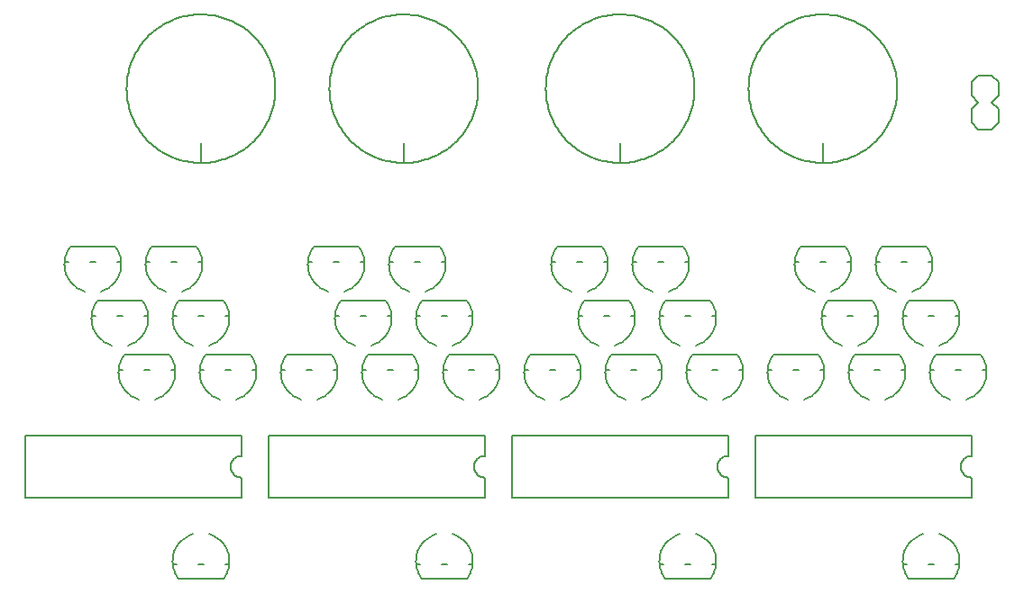
<source format=gto>
G75*
%MOIN*%
%OFA0B0*%
%FSLAX24Y24*%
%IPPOS*%
%LPD*%
%AMOC8*
5,1,8,0,0,1.08239X$1,22.5*
%
%ADD10C,0.0060*%
%ADD11C,0.0050*%
%ADD12C,0.0080*%
D10*
X001680Y010530D02*
X001680Y012830D01*
X009680Y012830D01*
X009680Y012080D01*
X009641Y012078D01*
X009602Y012072D01*
X009564Y012063D01*
X009527Y012050D01*
X009491Y012033D01*
X009458Y012013D01*
X009426Y011989D01*
X009397Y011963D01*
X009371Y011934D01*
X009347Y011902D01*
X009327Y011869D01*
X009310Y011833D01*
X009297Y011796D01*
X009288Y011758D01*
X009282Y011719D01*
X009280Y011680D01*
X009282Y011641D01*
X009288Y011602D01*
X009297Y011564D01*
X009310Y011527D01*
X009327Y011491D01*
X009347Y011458D01*
X009371Y011426D01*
X009397Y011397D01*
X009426Y011371D01*
X009458Y011347D01*
X009491Y011327D01*
X009527Y011310D01*
X009564Y011297D01*
X009602Y011288D01*
X009641Y011282D01*
X009680Y011280D01*
X009680Y010530D01*
X001680Y010530D01*
X010680Y010530D02*
X010680Y012830D01*
X018680Y012830D01*
X018680Y012080D01*
X018641Y012078D01*
X018602Y012072D01*
X018564Y012063D01*
X018527Y012050D01*
X018491Y012033D01*
X018458Y012013D01*
X018426Y011989D01*
X018397Y011963D01*
X018371Y011934D01*
X018347Y011902D01*
X018327Y011869D01*
X018310Y011833D01*
X018297Y011796D01*
X018288Y011758D01*
X018282Y011719D01*
X018280Y011680D01*
X018282Y011641D01*
X018288Y011602D01*
X018297Y011564D01*
X018310Y011527D01*
X018327Y011491D01*
X018347Y011458D01*
X018371Y011426D01*
X018397Y011397D01*
X018426Y011371D01*
X018458Y011347D01*
X018491Y011327D01*
X018527Y011310D01*
X018564Y011297D01*
X018602Y011288D01*
X018641Y011282D01*
X018680Y011280D01*
X018680Y010530D01*
X010680Y010530D01*
X019680Y010530D02*
X019680Y012830D01*
X027680Y012830D01*
X027680Y012080D01*
X027641Y012078D01*
X027602Y012072D01*
X027564Y012063D01*
X027527Y012050D01*
X027491Y012033D01*
X027458Y012013D01*
X027426Y011989D01*
X027397Y011963D01*
X027371Y011934D01*
X027347Y011902D01*
X027327Y011869D01*
X027310Y011833D01*
X027297Y011796D01*
X027288Y011758D01*
X027282Y011719D01*
X027280Y011680D01*
X027282Y011641D01*
X027288Y011602D01*
X027297Y011564D01*
X027310Y011527D01*
X027327Y011491D01*
X027347Y011458D01*
X027371Y011426D01*
X027397Y011397D01*
X027426Y011371D01*
X027458Y011347D01*
X027491Y011327D01*
X027527Y011310D01*
X027564Y011297D01*
X027602Y011288D01*
X027641Y011282D01*
X027680Y011280D01*
X027680Y010530D01*
X019680Y010530D01*
X028680Y010530D02*
X028680Y012830D01*
X036680Y012830D01*
X036680Y012080D01*
X036641Y012078D01*
X036602Y012072D01*
X036564Y012063D01*
X036527Y012050D01*
X036491Y012033D01*
X036458Y012013D01*
X036426Y011989D01*
X036397Y011963D01*
X036371Y011934D01*
X036347Y011902D01*
X036327Y011869D01*
X036310Y011833D01*
X036297Y011796D01*
X036288Y011758D01*
X036282Y011719D01*
X036280Y011680D01*
X036282Y011641D01*
X036288Y011602D01*
X036297Y011564D01*
X036310Y011527D01*
X036327Y011491D01*
X036347Y011458D01*
X036371Y011426D01*
X036397Y011397D01*
X036426Y011371D01*
X036458Y011347D01*
X036491Y011327D01*
X036527Y011310D01*
X036564Y011297D01*
X036602Y011288D01*
X036641Y011282D01*
X036680Y011280D01*
X036680Y010530D01*
X028680Y010530D01*
D11*
X031180Y022930D02*
X031180Y023680D01*
X028430Y025680D02*
X028432Y025785D01*
X028438Y025889D01*
X028448Y025993D01*
X028462Y026097D01*
X028480Y026200D01*
X028501Y026303D01*
X028527Y026404D01*
X028557Y026505D01*
X028590Y026604D01*
X028627Y026702D01*
X028668Y026799D01*
X028712Y026893D01*
X028760Y026986D01*
X028812Y027078D01*
X028867Y027167D01*
X028925Y027254D01*
X028986Y027338D01*
X029051Y027421D01*
X029119Y027501D01*
X029190Y027578D01*
X029263Y027652D01*
X029340Y027724D01*
X029419Y027792D01*
X029501Y027858D01*
X029585Y027920D01*
X029671Y027979D01*
X029760Y028035D01*
X029851Y028087D01*
X029943Y028136D01*
X030038Y028181D01*
X030134Y028223D01*
X030231Y028261D01*
X030330Y028295D01*
X030430Y028326D01*
X030532Y028352D01*
X030634Y028375D01*
X030737Y028394D01*
X030841Y028409D01*
X030945Y028420D01*
X031049Y028427D01*
X031154Y028430D01*
X031259Y028429D01*
X031363Y028424D01*
X031467Y028415D01*
X031571Y028402D01*
X031675Y028385D01*
X031777Y028364D01*
X031879Y028340D01*
X031980Y028311D01*
X032079Y028279D01*
X032178Y028243D01*
X032275Y028203D01*
X032370Y028159D01*
X032463Y028112D01*
X032555Y028062D01*
X032645Y028007D01*
X032732Y027950D01*
X032818Y027889D01*
X032900Y027825D01*
X032981Y027758D01*
X033059Y027688D01*
X033134Y027615D01*
X033206Y027539D01*
X033275Y027461D01*
X033342Y027380D01*
X033405Y027296D01*
X033465Y027211D01*
X033521Y027122D01*
X033575Y027032D01*
X033624Y026940D01*
X033670Y026846D01*
X033713Y026750D01*
X033752Y026653D01*
X033787Y026555D01*
X033819Y026455D01*
X033846Y026354D01*
X033870Y026252D01*
X033890Y026149D01*
X033906Y026045D01*
X033918Y025941D01*
X033926Y025837D01*
X033930Y025732D01*
X033930Y025628D01*
X033926Y025523D01*
X033918Y025419D01*
X033906Y025315D01*
X033890Y025211D01*
X033870Y025108D01*
X033846Y025006D01*
X033819Y024905D01*
X033787Y024805D01*
X033752Y024707D01*
X033713Y024610D01*
X033670Y024514D01*
X033624Y024420D01*
X033575Y024328D01*
X033521Y024238D01*
X033465Y024149D01*
X033405Y024064D01*
X033342Y023980D01*
X033275Y023899D01*
X033206Y023821D01*
X033134Y023745D01*
X033059Y023672D01*
X032981Y023602D01*
X032900Y023535D01*
X032818Y023471D01*
X032732Y023410D01*
X032645Y023353D01*
X032555Y023298D01*
X032463Y023248D01*
X032370Y023201D01*
X032275Y023157D01*
X032178Y023117D01*
X032079Y023081D01*
X031980Y023049D01*
X031879Y023020D01*
X031777Y022996D01*
X031675Y022975D01*
X031571Y022958D01*
X031467Y022945D01*
X031363Y022936D01*
X031259Y022931D01*
X031154Y022930D01*
X031049Y022933D01*
X030945Y022940D01*
X030841Y022951D01*
X030737Y022966D01*
X030634Y022985D01*
X030532Y023008D01*
X030430Y023034D01*
X030330Y023065D01*
X030231Y023099D01*
X030134Y023137D01*
X030038Y023179D01*
X029943Y023224D01*
X029851Y023273D01*
X029760Y023325D01*
X029671Y023381D01*
X029585Y023440D01*
X029501Y023502D01*
X029419Y023568D01*
X029340Y023636D01*
X029263Y023708D01*
X029190Y023782D01*
X029119Y023859D01*
X029051Y023939D01*
X028986Y024022D01*
X028925Y024106D01*
X028867Y024193D01*
X028812Y024282D01*
X028760Y024374D01*
X028712Y024467D01*
X028668Y024561D01*
X028627Y024658D01*
X028590Y024756D01*
X028557Y024855D01*
X028527Y024956D01*
X028501Y025057D01*
X028480Y025160D01*
X028462Y025263D01*
X028448Y025367D01*
X028438Y025471D01*
X028432Y025575D01*
X028430Y025680D01*
X020930Y025680D02*
X020932Y025785D01*
X020938Y025889D01*
X020948Y025993D01*
X020962Y026097D01*
X020980Y026200D01*
X021001Y026303D01*
X021027Y026404D01*
X021057Y026505D01*
X021090Y026604D01*
X021127Y026702D01*
X021168Y026799D01*
X021212Y026893D01*
X021260Y026986D01*
X021312Y027078D01*
X021367Y027167D01*
X021425Y027254D01*
X021486Y027338D01*
X021551Y027421D01*
X021619Y027501D01*
X021690Y027578D01*
X021763Y027652D01*
X021840Y027724D01*
X021919Y027792D01*
X022001Y027858D01*
X022085Y027920D01*
X022171Y027979D01*
X022260Y028035D01*
X022351Y028087D01*
X022443Y028136D01*
X022538Y028181D01*
X022634Y028223D01*
X022731Y028261D01*
X022830Y028295D01*
X022930Y028326D01*
X023032Y028352D01*
X023134Y028375D01*
X023237Y028394D01*
X023341Y028409D01*
X023445Y028420D01*
X023549Y028427D01*
X023654Y028430D01*
X023759Y028429D01*
X023863Y028424D01*
X023967Y028415D01*
X024071Y028402D01*
X024175Y028385D01*
X024277Y028364D01*
X024379Y028340D01*
X024480Y028311D01*
X024579Y028279D01*
X024678Y028243D01*
X024775Y028203D01*
X024870Y028159D01*
X024963Y028112D01*
X025055Y028062D01*
X025145Y028007D01*
X025232Y027950D01*
X025318Y027889D01*
X025400Y027825D01*
X025481Y027758D01*
X025559Y027688D01*
X025634Y027615D01*
X025706Y027539D01*
X025775Y027461D01*
X025842Y027380D01*
X025905Y027296D01*
X025965Y027211D01*
X026021Y027122D01*
X026075Y027032D01*
X026124Y026940D01*
X026170Y026846D01*
X026213Y026750D01*
X026252Y026653D01*
X026287Y026555D01*
X026319Y026455D01*
X026346Y026354D01*
X026370Y026252D01*
X026390Y026149D01*
X026406Y026045D01*
X026418Y025941D01*
X026426Y025837D01*
X026430Y025732D01*
X026430Y025628D01*
X026426Y025523D01*
X026418Y025419D01*
X026406Y025315D01*
X026390Y025211D01*
X026370Y025108D01*
X026346Y025006D01*
X026319Y024905D01*
X026287Y024805D01*
X026252Y024707D01*
X026213Y024610D01*
X026170Y024514D01*
X026124Y024420D01*
X026075Y024328D01*
X026021Y024238D01*
X025965Y024149D01*
X025905Y024064D01*
X025842Y023980D01*
X025775Y023899D01*
X025706Y023821D01*
X025634Y023745D01*
X025559Y023672D01*
X025481Y023602D01*
X025400Y023535D01*
X025318Y023471D01*
X025232Y023410D01*
X025145Y023353D01*
X025055Y023298D01*
X024963Y023248D01*
X024870Y023201D01*
X024775Y023157D01*
X024678Y023117D01*
X024579Y023081D01*
X024480Y023049D01*
X024379Y023020D01*
X024277Y022996D01*
X024175Y022975D01*
X024071Y022958D01*
X023967Y022945D01*
X023863Y022936D01*
X023759Y022931D01*
X023654Y022930D01*
X023549Y022933D01*
X023445Y022940D01*
X023341Y022951D01*
X023237Y022966D01*
X023134Y022985D01*
X023032Y023008D01*
X022930Y023034D01*
X022830Y023065D01*
X022731Y023099D01*
X022634Y023137D01*
X022538Y023179D01*
X022443Y023224D01*
X022351Y023273D01*
X022260Y023325D01*
X022171Y023381D01*
X022085Y023440D01*
X022001Y023502D01*
X021919Y023568D01*
X021840Y023636D01*
X021763Y023708D01*
X021690Y023782D01*
X021619Y023859D01*
X021551Y023939D01*
X021486Y024022D01*
X021425Y024106D01*
X021367Y024193D01*
X021312Y024282D01*
X021260Y024374D01*
X021212Y024467D01*
X021168Y024561D01*
X021127Y024658D01*
X021090Y024756D01*
X021057Y024855D01*
X021027Y024956D01*
X021001Y025057D01*
X020980Y025160D01*
X020962Y025263D01*
X020948Y025367D01*
X020938Y025471D01*
X020932Y025575D01*
X020930Y025680D01*
X023680Y023680D02*
X023680Y022930D01*
X015680Y022930D02*
X015680Y023680D01*
X012930Y025680D02*
X012932Y025785D01*
X012938Y025889D01*
X012948Y025993D01*
X012962Y026097D01*
X012980Y026200D01*
X013001Y026303D01*
X013027Y026404D01*
X013057Y026505D01*
X013090Y026604D01*
X013127Y026702D01*
X013168Y026799D01*
X013212Y026893D01*
X013260Y026986D01*
X013312Y027078D01*
X013367Y027167D01*
X013425Y027254D01*
X013486Y027338D01*
X013551Y027421D01*
X013619Y027501D01*
X013690Y027578D01*
X013763Y027652D01*
X013840Y027724D01*
X013919Y027792D01*
X014001Y027858D01*
X014085Y027920D01*
X014171Y027979D01*
X014260Y028035D01*
X014351Y028087D01*
X014443Y028136D01*
X014538Y028181D01*
X014634Y028223D01*
X014731Y028261D01*
X014830Y028295D01*
X014930Y028326D01*
X015032Y028352D01*
X015134Y028375D01*
X015237Y028394D01*
X015341Y028409D01*
X015445Y028420D01*
X015549Y028427D01*
X015654Y028430D01*
X015759Y028429D01*
X015863Y028424D01*
X015967Y028415D01*
X016071Y028402D01*
X016175Y028385D01*
X016277Y028364D01*
X016379Y028340D01*
X016480Y028311D01*
X016579Y028279D01*
X016678Y028243D01*
X016775Y028203D01*
X016870Y028159D01*
X016963Y028112D01*
X017055Y028062D01*
X017145Y028007D01*
X017232Y027950D01*
X017318Y027889D01*
X017400Y027825D01*
X017481Y027758D01*
X017559Y027688D01*
X017634Y027615D01*
X017706Y027539D01*
X017775Y027461D01*
X017842Y027380D01*
X017905Y027296D01*
X017965Y027211D01*
X018021Y027122D01*
X018075Y027032D01*
X018124Y026940D01*
X018170Y026846D01*
X018213Y026750D01*
X018252Y026653D01*
X018287Y026555D01*
X018319Y026455D01*
X018346Y026354D01*
X018370Y026252D01*
X018390Y026149D01*
X018406Y026045D01*
X018418Y025941D01*
X018426Y025837D01*
X018430Y025732D01*
X018430Y025628D01*
X018426Y025523D01*
X018418Y025419D01*
X018406Y025315D01*
X018390Y025211D01*
X018370Y025108D01*
X018346Y025006D01*
X018319Y024905D01*
X018287Y024805D01*
X018252Y024707D01*
X018213Y024610D01*
X018170Y024514D01*
X018124Y024420D01*
X018075Y024328D01*
X018021Y024238D01*
X017965Y024149D01*
X017905Y024064D01*
X017842Y023980D01*
X017775Y023899D01*
X017706Y023821D01*
X017634Y023745D01*
X017559Y023672D01*
X017481Y023602D01*
X017400Y023535D01*
X017318Y023471D01*
X017232Y023410D01*
X017145Y023353D01*
X017055Y023298D01*
X016963Y023248D01*
X016870Y023201D01*
X016775Y023157D01*
X016678Y023117D01*
X016579Y023081D01*
X016480Y023049D01*
X016379Y023020D01*
X016277Y022996D01*
X016175Y022975D01*
X016071Y022958D01*
X015967Y022945D01*
X015863Y022936D01*
X015759Y022931D01*
X015654Y022930D01*
X015549Y022933D01*
X015445Y022940D01*
X015341Y022951D01*
X015237Y022966D01*
X015134Y022985D01*
X015032Y023008D01*
X014930Y023034D01*
X014830Y023065D01*
X014731Y023099D01*
X014634Y023137D01*
X014538Y023179D01*
X014443Y023224D01*
X014351Y023273D01*
X014260Y023325D01*
X014171Y023381D01*
X014085Y023440D01*
X014001Y023502D01*
X013919Y023568D01*
X013840Y023636D01*
X013763Y023708D01*
X013690Y023782D01*
X013619Y023859D01*
X013551Y023939D01*
X013486Y024022D01*
X013425Y024106D01*
X013367Y024193D01*
X013312Y024282D01*
X013260Y024374D01*
X013212Y024467D01*
X013168Y024561D01*
X013127Y024658D01*
X013090Y024756D01*
X013057Y024855D01*
X013027Y024956D01*
X013001Y025057D01*
X012980Y025160D01*
X012962Y025263D01*
X012948Y025367D01*
X012938Y025471D01*
X012932Y025575D01*
X012930Y025680D01*
X005430Y025680D02*
X005432Y025785D01*
X005438Y025889D01*
X005448Y025993D01*
X005462Y026097D01*
X005480Y026200D01*
X005501Y026303D01*
X005527Y026404D01*
X005557Y026505D01*
X005590Y026604D01*
X005627Y026702D01*
X005668Y026799D01*
X005712Y026893D01*
X005760Y026986D01*
X005812Y027078D01*
X005867Y027167D01*
X005925Y027254D01*
X005986Y027338D01*
X006051Y027421D01*
X006119Y027501D01*
X006190Y027578D01*
X006263Y027652D01*
X006340Y027724D01*
X006419Y027792D01*
X006501Y027858D01*
X006585Y027920D01*
X006671Y027979D01*
X006760Y028035D01*
X006851Y028087D01*
X006943Y028136D01*
X007038Y028181D01*
X007134Y028223D01*
X007231Y028261D01*
X007330Y028295D01*
X007430Y028326D01*
X007532Y028352D01*
X007634Y028375D01*
X007737Y028394D01*
X007841Y028409D01*
X007945Y028420D01*
X008049Y028427D01*
X008154Y028430D01*
X008259Y028429D01*
X008363Y028424D01*
X008467Y028415D01*
X008571Y028402D01*
X008675Y028385D01*
X008777Y028364D01*
X008879Y028340D01*
X008980Y028311D01*
X009079Y028279D01*
X009178Y028243D01*
X009275Y028203D01*
X009370Y028159D01*
X009463Y028112D01*
X009555Y028062D01*
X009645Y028007D01*
X009732Y027950D01*
X009818Y027889D01*
X009900Y027825D01*
X009981Y027758D01*
X010059Y027688D01*
X010134Y027615D01*
X010206Y027539D01*
X010275Y027461D01*
X010342Y027380D01*
X010405Y027296D01*
X010465Y027211D01*
X010521Y027122D01*
X010575Y027032D01*
X010624Y026940D01*
X010670Y026846D01*
X010713Y026750D01*
X010752Y026653D01*
X010787Y026555D01*
X010819Y026455D01*
X010846Y026354D01*
X010870Y026252D01*
X010890Y026149D01*
X010906Y026045D01*
X010918Y025941D01*
X010926Y025837D01*
X010930Y025732D01*
X010930Y025628D01*
X010926Y025523D01*
X010918Y025419D01*
X010906Y025315D01*
X010890Y025211D01*
X010870Y025108D01*
X010846Y025006D01*
X010819Y024905D01*
X010787Y024805D01*
X010752Y024707D01*
X010713Y024610D01*
X010670Y024514D01*
X010624Y024420D01*
X010575Y024328D01*
X010521Y024238D01*
X010465Y024149D01*
X010405Y024064D01*
X010342Y023980D01*
X010275Y023899D01*
X010206Y023821D01*
X010134Y023745D01*
X010059Y023672D01*
X009981Y023602D01*
X009900Y023535D01*
X009818Y023471D01*
X009732Y023410D01*
X009645Y023353D01*
X009555Y023298D01*
X009463Y023248D01*
X009370Y023201D01*
X009275Y023157D01*
X009178Y023117D01*
X009079Y023081D01*
X008980Y023049D01*
X008879Y023020D01*
X008777Y022996D01*
X008675Y022975D01*
X008571Y022958D01*
X008467Y022945D01*
X008363Y022936D01*
X008259Y022931D01*
X008154Y022930D01*
X008049Y022933D01*
X007945Y022940D01*
X007841Y022951D01*
X007737Y022966D01*
X007634Y022985D01*
X007532Y023008D01*
X007430Y023034D01*
X007330Y023065D01*
X007231Y023099D01*
X007134Y023137D01*
X007038Y023179D01*
X006943Y023224D01*
X006851Y023273D01*
X006760Y023325D01*
X006671Y023381D01*
X006585Y023440D01*
X006501Y023502D01*
X006419Y023568D01*
X006340Y023636D01*
X006263Y023708D01*
X006190Y023782D01*
X006119Y023859D01*
X006051Y023939D01*
X005986Y024022D01*
X005925Y024106D01*
X005867Y024193D01*
X005812Y024282D01*
X005760Y024374D01*
X005712Y024467D01*
X005668Y024561D01*
X005627Y024658D01*
X005590Y024756D01*
X005557Y024855D01*
X005527Y024956D01*
X005501Y025057D01*
X005480Y025160D01*
X005462Y025263D01*
X005448Y025367D01*
X005438Y025471D01*
X005432Y025575D01*
X005430Y025680D01*
X008180Y023680D02*
X008180Y022930D01*
D12*
X007355Y007530D02*
X009005Y007530D01*
X009067Y008080D02*
X009225Y008080D01*
X008293Y008080D02*
X008067Y008080D01*
X009005Y007530D02*
X009042Y007581D01*
X009077Y007634D01*
X009109Y007690D01*
X009137Y007747D01*
X009161Y007806D01*
X009182Y007866D01*
X009199Y007927D01*
X009213Y007989D01*
X009222Y008052D01*
X009228Y008115D01*
X009230Y008179D01*
X009228Y008243D01*
X009222Y008306D01*
X009213Y008369D01*
X009200Y008431D01*
X009182Y008492D01*
X009162Y008552D01*
X009137Y008611D01*
X009110Y008668D01*
X009078Y008724D01*
X009044Y008777D01*
X009006Y008828D01*
X008965Y008877D01*
X008921Y008923D01*
X008875Y008967D01*
X008826Y009008D01*
X008775Y009045D01*
X008721Y009080D01*
X008666Y009111D01*
X008609Y009139D01*
X008550Y009163D01*
X008490Y009183D01*
X007870Y009183D02*
X007810Y009163D01*
X007751Y009139D01*
X007694Y009111D01*
X007639Y009080D01*
X007585Y009045D01*
X007534Y009008D01*
X007485Y008967D01*
X007439Y008923D01*
X007395Y008877D01*
X007354Y008828D01*
X007316Y008777D01*
X007282Y008724D01*
X007251Y008668D01*
X007223Y008611D01*
X007198Y008552D01*
X007178Y008492D01*
X007160Y008431D01*
X007147Y008369D01*
X007138Y008306D01*
X007132Y008243D01*
X007130Y008179D01*
X007132Y008115D01*
X007138Y008052D01*
X007147Y007989D01*
X007161Y007927D01*
X007178Y007866D01*
X007199Y007806D01*
X007223Y007747D01*
X007251Y007690D01*
X007283Y007634D01*
X007318Y007581D01*
X007355Y007530D01*
X007293Y008080D02*
X007135Y008080D01*
X016135Y008080D02*
X016293Y008080D01*
X016355Y007530D02*
X018005Y007530D01*
X018067Y008080D02*
X018225Y008080D01*
X017293Y008080D02*
X017067Y008080D01*
X018005Y007530D02*
X018042Y007581D01*
X018077Y007634D01*
X018109Y007690D01*
X018137Y007747D01*
X018161Y007806D01*
X018182Y007866D01*
X018199Y007927D01*
X018213Y007989D01*
X018222Y008052D01*
X018228Y008115D01*
X018230Y008179D01*
X018228Y008243D01*
X018222Y008306D01*
X018213Y008369D01*
X018200Y008431D01*
X018182Y008492D01*
X018162Y008552D01*
X018137Y008611D01*
X018110Y008668D01*
X018078Y008724D01*
X018044Y008777D01*
X018006Y008828D01*
X017965Y008877D01*
X017921Y008923D01*
X017875Y008967D01*
X017826Y009008D01*
X017775Y009045D01*
X017721Y009080D01*
X017666Y009111D01*
X017609Y009139D01*
X017550Y009163D01*
X017490Y009183D01*
X016870Y009183D02*
X016810Y009163D01*
X016751Y009139D01*
X016694Y009111D01*
X016639Y009080D01*
X016585Y009045D01*
X016534Y009008D01*
X016485Y008967D01*
X016439Y008923D01*
X016395Y008877D01*
X016354Y008828D01*
X016316Y008777D01*
X016282Y008724D01*
X016251Y008668D01*
X016223Y008611D01*
X016198Y008552D01*
X016178Y008492D01*
X016160Y008431D01*
X016147Y008369D01*
X016138Y008306D01*
X016132Y008243D01*
X016130Y008179D01*
X016132Y008115D01*
X016138Y008052D01*
X016147Y007989D01*
X016161Y007927D01*
X016178Y007866D01*
X016199Y007806D01*
X016223Y007747D01*
X016251Y007690D01*
X016283Y007634D01*
X016318Y007581D01*
X016355Y007530D01*
X025135Y008080D02*
X025293Y008080D01*
X025355Y007530D02*
X027005Y007530D01*
X027067Y008080D02*
X027225Y008080D01*
X026293Y008080D02*
X026067Y008080D01*
X027005Y007530D02*
X027042Y007581D01*
X027077Y007634D01*
X027109Y007690D01*
X027137Y007747D01*
X027161Y007806D01*
X027182Y007866D01*
X027199Y007927D01*
X027213Y007989D01*
X027222Y008052D01*
X027228Y008115D01*
X027230Y008179D01*
X027228Y008243D01*
X027222Y008306D01*
X027213Y008369D01*
X027200Y008431D01*
X027182Y008492D01*
X027162Y008552D01*
X027137Y008611D01*
X027110Y008668D01*
X027078Y008724D01*
X027044Y008777D01*
X027006Y008828D01*
X026965Y008877D01*
X026921Y008923D01*
X026875Y008967D01*
X026826Y009008D01*
X026775Y009045D01*
X026721Y009080D01*
X026666Y009111D01*
X026609Y009139D01*
X026550Y009163D01*
X026490Y009183D01*
X025870Y009183D02*
X025810Y009163D01*
X025751Y009139D01*
X025694Y009111D01*
X025639Y009080D01*
X025585Y009045D01*
X025534Y009008D01*
X025485Y008967D01*
X025439Y008923D01*
X025395Y008877D01*
X025354Y008828D01*
X025316Y008777D01*
X025282Y008724D01*
X025251Y008668D01*
X025223Y008611D01*
X025198Y008552D01*
X025178Y008492D01*
X025160Y008431D01*
X025147Y008369D01*
X025138Y008306D01*
X025132Y008243D01*
X025130Y008179D01*
X025132Y008115D01*
X025138Y008052D01*
X025147Y007989D01*
X025161Y007927D01*
X025178Y007866D01*
X025199Y007806D01*
X025223Y007747D01*
X025251Y007690D01*
X025283Y007634D01*
X025318Y007581D01*
X025355Y007530D01*
X034135Y008080D02*
X034293Y008080D01*
X034355Y007530D02*
X036005Y007530D01*
X036067Y008080D02*
X036225Y008080D01*
X035293Y008080D02*
X035067Y008080D01*
X036005Y007530D02*
X036042Y007581D01*
X036077Y007634D01*
X036109Y007690D01*
X036137Y007747D01*
X036161Y007806D01*
X036182Y007866D01*
X036199Y007927D01*
X036213Y007989D01*
X036222Y008052D01*
X036228Y008115D01*
X036230Y008179D01*
X036228Y008243D01*
X036222Y008306D01*
X036213Y008369D01*
X036200Y008431D01*
X036182Y008492D01*
X036162Y008552D01*
X036137Y008611D01*
X036110Y008668D01*
X036078Y008724D01*
X036044Y008777D01*
X036006Y008828D01*
X035965Y008877D01*
X035921Y008923D01*
X035875Y008967D01*
X035826Y009008D01*
X035775Y009045D01*
X035721Y009080D01*
X035666Y009111D01*
X035609Y009139D01*
X035550Y009163D01*
X035490Y009183D01*
X034870Y009183D02*
X034810Y009163D01*
X034751Y009139D01*
X034694Y009111D01*
X034639Y009080D01*
X034585Y009045D01*
X034534Y009008D01*
X034485Y008967D01*
X034439Y008923D01*
X034395Y008877D01*
X034354Y008828D01*
X034316Y008777D01*
X034282Y008724D01*
X034251Y008668D01*
X034223Y008611D01*
X034198Y008552D01*
X034178Y008492D01*
X034160Y008431D01*
X034147Y008369D01*
X034138Y008306D01*
X034132Y008243D01*
X034130Y008179D01*
X034132Y008115D01*
X034138Y008052D01*
X034147Y007989D01*
X034161Y007927D01*
X034178Y007866D01*
X034199Y007806D01*
X034223Y007747D01*
X034251Y007690D01*
X034283Y007634D01*
X034318Y007581D01*
X034355Y007530D01*
X033490Y014177D02*
X033550Y014197D01*
X033609Y014221D01*
X033666Y014249D01*
X033721Y014280D01*
X033775Y014315D01*
X033826Y014352D01*
X033875Y014393D01*
X033921Y014437D01*
X033965Y014483D01*
X034006Y014532D01*
X034044Y014583D01*
X034078Y014636D01*
X034109Y014692D01*
X034137Y014749D01*
X034162Y014808D01*
X034182Y014868D01*
X034200Y014929D01*
X034213Y014991D01*
X034222Y015054D01*
X034228Y015117D01*
X034230Y015181D01*
X034228Y015245D01*
X034222Y015308D01*
X034213Y015371D01*
X034199Y015433D01*
X034182Y015494D01*
X034161Y015554D01*
X034137Y015613D01*
X034109Y015670D01*
X034077Y015726D01*
X034042Y015779D01*
X034005Y015830D01*
X032355Y015830D01*
X032293Y015280D02*
X032135Y015280D01*
X031225Y015280D02*
X031067Y015280D01*
X030293Y015280D02*
X030067Y015280D01*
X029355Y015830D02*
X029318Y015779D01*
X029283Y015726D01*
X029251Y015670D01*
X029223Y015613D01*
X029199Y015554D01*
X029178Y015494D01*
X029161Y015433D01*
X029147Y015371D01*
X029138Y015308D01*
X029132Y015245D01*
X029130Y015181D01*
X029132Y015117D01*
X029138Y015054D01*
X029147Y014991D01*
X029160Y014929D01*
X029178Y014868D01*
X029198Y014808D01*
X029223Y014749D01*
X029250Y014692D01*
X029282Y014636D01*
X029316Y014583D01*
X029354Y014532D01*
X029395Y014483D01*
X029439Y014437D01*
X029485Y014393D01*
X029534Y014352D01*
X029585Y014315D01*
X029639Y014280D01*
X029694Y014249D01*
X029751Y014221D01*
X029810Y014197D01*
X029870Y014177D01*
X030490Y014177D02*
X030550Y014197D01*
X030609Y014221D01*
X030666Y014249D01*
X030721Y014280D01*
X030775Y014315D01*
X030826Y014352D01*
X030875Y014393D01*
X030921Y014437D01*
X030965Y014483D01*
X031006Y014532D01*
X031044Y014583D01*
X031078Y014636D01*
X031109Y014692D01*
X031137Y014749D01*
X031162Y014808D01*
X031182Y014868D01*
X031200Y014929D01*
X031213Y014991D01*
X031222Y015054D01*
X031228Y015117D01*
X031230Y015181D01*
X031228Y015245D01*
X031222Y015308D01*
X031213Y015371D01*
X031199Y015433D01*
X031182Y015494D01*
X031161Y015554D01*
X031137Y015613D01*
X031109Y015670D01*
X031077Y015726D01*
X031042Y015779D01*
X031005Y015830D01*
X029355Y015830D01*
X029293Y015280D02*
X029135Y015280D01*
X028225Y015280D02*
X028067Y015280D01*
X028005Y015830D02*
X026355Y015830D01*
X026293Y015280D02*
X026135Y015280D01*
X025225Y015280D02*
X025067Y015280D01*
X025005Y015830D02*
X023355Y015830D01*
X023293Y015280D02*
X023135Y015280D01*
X022225Y015280D02*
X022067Y015280D01*
X022005Y015830D02*
X020355Y015830D01*
X020293Y015280D02*
X020135Y015280D01*
X019225Y015280D02*
X019067Y015280D01*
X019005Y015830D02*
X017355Y015830D01*
X017293Y015280D02*
X017135Y015280D01*
X016225Y015280D02*
X016067Y015280D01*
X016005Y015830D02*
X014355Y015830D01*
X014293Y015280D02*
X014135Y015280D01*
X015067Y015280D02*
X015293Y015280D01*
X014355Y015830D02*
X014318Y015779D01*
X014283Y015726D01*
X014251Y015670D01*
X014223Y015613D01*
X014199Y015554D01*
X014178Y015494D01*
X014161Y015433D01*
X014147Y015371D01*
X014138Y015308D01*
X014132Y015245D01*
X014130Y015181D01*
X014132Y015117D01*
X014138Y015054D01*
X014147Y014991D01*
X014160Y014929D01*
X014178Y014868D01*
X014198Y014808D01*
X014223Y014749D01*
X014250Y014692D01*
X014282Y014636D01*
X014316Y014583D01*
X014354Y014532D01*
X014395Y014483D01*
X014439Y014437D01*
X014485Y014393D01*
X014534Y014352D01*
X014585Y014315D01*
X014639Y014280D01*
X014694Y014249D01*
X014751Y014221D01*
X014810Y014197D01*
X014870Y014177D01*
X015490Y014177D02*
X015550Y014197D01*
X015609Y014221D01*
X015666Y014249D01*
X015721Y014280D01*
X015775Y014315D01*
X015826Y014352D01*
X015875Y014393D01*
X015921Y014437D01*
X015965Y014483D01*
X016006Y014532D01*
X016044Y014583D01*
X016078Y014636D01*
X016109Y014692D01*
X016137Y014749D01*
X016162Y014808D01*
X016182Y014868D01*
X016200Y014929D01*
X016213Y014991D01*
X016222Y015054D01*
X016228Y015117D01*
X016230Y015181D01*
X016228Y015245D01*
X016222Y015308D01*
X016213Y015371D01*
X016199Y015433D01*
X016182Y015494D01*
X016161Y015554D01*
X016137Y015613D01*
X016109Y015670D01*
X016077Y015726D01*
X016042Y015779D01*
X016005Y015830D01*
X016135Y017280D02*
X016293Y017280D01*
X016355Y017830D02*
X018005Y017830D01*
X018067Y017280D02*
X018225Y017280D01*
X017293Y017280D02*
X017067Y017280D01*
X016355Y017830D02*
X016318Y017779D01*
X016283Y017726D01*
X016251Y017670D01*
X016223Y017613D01*
X016199Y017554D01*
X016178Y017494D01*
X016161Y017433D01*
X016147Y017371D01*
X016138Y017308D01*
X016132Y017245D01*
X016130Y017181D01*
X016132Y017117D01*
X016138Y017054D01*
X016147Y016991D01*
X016160Y016929D01*
X016178Y016868D01*
X016198Y016808D01*
X016223Y016749D01*
X016250Y016692D01*
X016282Y016636D01*
X016316Y016583D01*
X016354Y016532D01*
X016395Y016483D01*
X016439Y016437D01*
X016485Y016393D01*
X016534Y016352D01*
X016585Y016315D01*
X016639Y016280D01*
X016694Y016249D01*
X016751Y016221D01*
X016810Y016197D01*
X016870Y016177D01*
X017490Y016177D02*
X017550Y016197D01*
X017609Y016221D01*
X017666Y016249D01*
X017721Y016280D01*
X017775Y016315D01*
X017826Y016352D01*
X017875Y016393D01*
X017921Y016437D01*
X017965Y016483D01*
X018006Y016532D01*
X018044Y016583D01*
X018078Y016636D01*
X018109Y016692D01*
X018137Y016749D01*
X018162Y016808D01*
X018182Y016868D01*
X018200Y016929D01*
X018213Y016991D01*
X018222Y017054D01*
X018228Y017117D01*
X018230Y017181D01*
X018228Y017245D01*
X018222Y017308D01*
X018213Y017371D01*
X018199Y017433D01*
X018182Y017494D01*
X018161Y017554D01*
X018137Y017613D01*
X018109Y017670D01*
X018077Y017726D01*
X018042Y017779D01*
X018005Y017830D01*
X017225Y019280D02*
X017067Y019280D01*
X017005Y019830D02*
X015355Y019830D01*
X015293Y019280D02*
X015135Y019280D01*
X014225Y019280D02*
X014067Y019280D01*
X014005Y019830D02*
X012355Y019830D01*
X012293Y019280D02*
X012135Y019280D01*
X013067Y019280D02*
X013293Y019280D01*
X012355Y019830D02*
X012318Y019779D01*
X012283Y019726D01*
X012251Y019670D01*
X012223Y019613D01*
X012199Y019554D01*
X012178Y019494D01*
X012161Y019433D01*
X012147Y019371D01*
X012138Y019308D01*
X012132Y019245D01*
X012130Y019181D01*
X012132Y019117D01*
X012138Y019054D01*
X012147Y018991D01*
X012160Y018929D01*
X012178Y018868D01*
X012198Y018808D01*
X012223Y018749D01*
X012250Y018692D01*
X012282Y018636D01*
X012316Y018583D01*
X012354Y018532D01*
X012395Y018483D01*
X012439Y018437D01*
X012485Y018393D01*
X012534Y018352D01*
X012585Y018315D01*
X012639Y018280D01*
X012694Y018249D01*
X012751Y018221D01*
X012810Y018197D01*
X012870Y018177D01*
X013355Y017830D02*
X015005Y017830D01*
X015067Y017280D02*
X015225Y017280D01*
X014293Y017280D02*
X014067Y017280D01*
X013355Y017830D02*
X013318Y017779D01*
X013283Y017726D01*
X013251Y017670D01*
X013223Y017613D01*
X013199Y017554D01*
X013178Y017494D01*
X013161Y017433D01*
X013147Y017371D01*
X013138Y017308D01*
X013132Y017245D01*
X013130Y017181D01*
X013132Y017117D01*
X013138Y017054D01*
X013147Y016991D01*
X013160Y016929D01*
X013178Y016868D01*
X013198Y016808D01*
X013223Y016749D01*
X013250Y016692D01*
X013282Y016636D01*
X013316Y016583D01*
X013354Y016532D01*
X013395Y016483D01*
X013439Y016437D01*
X013485Y016393D01*
X013534Y016352D01*
X013585Y016315D01*
X013639Y016280D01*
X013694Y016249D01*
X013751Y016221D01*
X013810Y016197D01*
X013870Y016177D01*
X013005Y015830D02*
X011355Y015830D01*
X011293Y015280D02*
X011135Y015280D01*
X010225Y015280D02*
X010067Y015280D01*
X009293Y015280D02*
X009067Y015280D01*
X008355Y015830D02*
X008318Y015779D01*
X008283Y015726D01*
X008251Y015670D01*
X008223Y015613D01*
X008199Y015554D01*
X008178Y015494D01*
X008161Y015433D01*
X008147Y015371D01*
X008138Y015308D01*
X008132Y015245D01*
X008130Y015181D01*
X008132Y015117D01*
X008138Y015054D01*
X008147Y014991D01*
X008160Y014929D01*
X008178Y014868D01*
X008198Y014808D01*
X008223Y014749D01*
X008250Y014692D01*
X008282Y014636D01*
X008316Y014583D01*
X008354Y014532D01*
X008395Y014483D01*
X008439Y014437D01*
X008485Y014393D01*
X008534Y014352D01*
X008585Y014315D01*
X008639Y014280D01*
X008694Y014249D01*
X008751Y014221D01*
X008810Y014197D01*
X008870Y014177D01*
X009490Y014177D02*
X009550Y014197D01*
X009609Y014221D01*
X009666Y014249D01*
X009721Y014280D01*
X009775Y014315D01*
X009826Y014352D01*
X009875Y014393D01*
X009921Y014437D01*
X009965Y014483D01*
X010006Y014532D01*
X010044Y014583D01*
X010078Y014636D01*
X010109Y014692D01*
X010137Y014749D01*
X010162Y014808D01*
X010182Y014868D01*
X010200Y014929D01*
X010213Y014991D01*
X010222Y015054D01*
X010228Y015117D01*
X010230Y015181D01*
X010228Y015245D01*
X010222Y015308D01*
X010213Y015371D01*
X010199Y015433D01*
X010182Y015494D01*
X010161Y015554D01*
X010137Y015613D01*
X010109Y015670D01*
X010077Y015726D01*
X010042Y015779D01*
X010005Y015830D01*
X008355Y015830D01*
X008293Y015280D02*
X008135Y015280D01*
X007225Y015280D02*
X007067Y015280D01*
X007005Y015830D02*
X005355Y015830D01*
X005293Y015280D02*
X005135Y015280D01*
X006067Y015280D02*
X006293Y015280D01*
X005355Y015830D02*
X005318Y015779D01*
X005283Y015726D01*
X005251Y015670D01*
X005223Y015613D01*
X005199Y015554D01*
X005178Y015494D01*
X005161Y015433D01*
X005147Y015371D01*
X005138Y015308D01*
X005132Y015245D01*
X005130Y015181D01*
X005132Y015117D01*
X005138Y015054D01*
X005147Y014991D01*
X005160Y014929D01*
X005178Y014868D01*
X005198Y014808D01*
X005223Y014749D01*
X005250Y014692D01*
X005282Y014636D01*
X005316Y014583D01*
X005354Y014532D01*
X005395Y014483D01*
X005439Y014437D01*
X005485Y014393D01*
X005534Y014352D01*
X005585Y014315D01*
X005639Y014280D01*
X005694Y014249D01*
X005751Y014221D01*
X005810Y014197D01*
X005870Y014177D01*
X006490Y014177D02*
X006550Y014197D01*
X006609Y014221D01*
X006666Y014249D01*
X006721Y014280D01*
X006775Y014315D01*
X006826Y014352D01*
X006875Y014393D01*
X006921Y014437D01*
X006965Y014483D01*
X007006Y014532D01*
X007044Y014583D01*
X007078Y014636D01*
X007109Y014692D01*
X007137Y014749D01*
X007162Y014808D01*
X007182Y014868D01*
X007200Y014929D01*
X007213Y014991D01*
X007222Y015054D01*
X007228Y015117D01*
X007230Y015181D01*
X007228Y015245D01*
X007222Y015308D01*
X007213Y015371D01*
X007199Y015433D01*
X007182Y015494D01*
X007161Y015554D01*
X007137Y015613D01*
X007109Y015670D01*
X007077Y015726D01*
X007042Y015779D01*
X007005Y015830D01*
X007135Y017280D02*
X007293Y017280D01*
X008067Y017280D02*
X008293Y017280D01*
X007355Y017830D02*
X007318Y017779D01*
X007283Y017726D01*
X007251Y017670D01*
X007223Y017613D01*
X007199Y017554D01*
X007178Y017494D01*
X007161Y017433D01*
X007147Y017371D01*
X007138Y017308D01*
X007132Y017245D01*
X007130Y017181D01*
X007132Y017117D01*
X007138Y017054D01*
X007147Y016991D01*
X007160Y016929D01*
X007178Y016868D01*
X007198Y016808D01*
X007223Y016749D01*
X007250Y016692D01*
X007282Y016636D01*
X007316Y016583D01*
X007354Y016532D01*
X007395Y016483D01*
X007439Y016437D01*
X007485Y016393D01*
X007534Y016352D01*
X007585Y016315D01*
X007639Y016280D01*
X007694Y016249D01*
X007751Y016221D01*
X007810Y016197D01*
X007870Y016177D01*
X008490Y016177D02*
X008550Y016197D01*
X008609Y016221D01*
X008666Y016249D01*
X008721Y016280D01*
X008775Y016315D01*
X008826Y016352D01*
X008875Y016393D01*
X008921Y016437D01*
X008965Y016483D01*
X009006Y016532D01*
X009044Y016583D01*
X009078Y016636D01*
X009109Y016692D01*
X009137Y016749D01*
X009162Y016808D01*
X009182Y016868D01*
X009200Y016929D01*
X009213Y016991D01*
X009222Y017054D01*
X009228Y017117D01*
X009230Y017181D01*
X009228Y017245D01*
X009222Y017308D01*
X009213Y017371D01*
X009199Y017433D01*
X009182Y017494D01*
X009161Y017554D01*
X009137Y017613D01*
X009109Y017670D01*
X009077Y017726D01*
X009042Y017779D01*
X009005Y017830D01*
X007355Y017830D01*
X006225Y017280D02*
X006067Y017280D01*
X006005Y017830D02*
X004355Y017830D01*
X004293Y017280D02*
X004135Y017280D01*
X005067Y017280D02*
X005293Y017280D01*
X004355Y017830D02*
X004318Y017779D01*
X004283Y017726D01*
X004251Y017670D01*
X004223Y017613D01*
X004199Y017554D01*
X004178Y017494D01*
X004161Y017433D01*
X004147Y017371D01*
X004138Y017308D01*
X004132Y017245D01*
X004130Y017181D01*
X004132Y017117D01*
X004138Y017054D01*
X004147Y016991D01*
X004160Y016929D01*
X004178Y016868D01*
X004198Y016808D01*
X004223Y016749D01*
X004250Y016692D01*
X004282Y016636D01*
X004316Y016583D01*
X004354Y016532D01*
X004395Y016483D01*
X004439Y016437D01*
X004485Y016393D01*
X004534Y016352D01*
X004585Y016315D01*
X004639Y016280D01*
X004694Y016249D01*
X004751Y016221D01*
X004810Y016197D01*
X004870Y016177D01*
X005490Y016177D02*
X005550Y016197D01*
X005609Y016221D01*
X005666Y016249D01*
X005721Y016280D01*
X005775Y016315D01*
X005826Y016352D01*
X005875Y016393D01*
X005921Y016437D01*
X005965Y016483D01*
X006006Y016532D01*
X006044Y016583D01*
X006078Y016636D01*
X006109Y016692D01*
X006137Y016749D01*
X006162Y016808D01*
X006182Y016868D01*
X006200Y016929D01*
X006213Y016991D01*
X006222Y017054D01*
X006228Y017117D01*
X006230Y017181D01*
X006228Y017245D01*
X006222Y017308D01*
X006213Y017371D01*
X006199Y017433D01*
X006182Y017494D01*
X006161Y017554D01*
X006137Y017613D01*
X006109Y017670D01*
X006077Y017726D01*
X006042Y017779D01*
X006005Y017830D01*
X006135Y019280D02*
X006293Y019280D01*
X006355Y019830D02*
X008005Y019830D01*
X008067Y019280D02*
X008225Y019280D01*
X007293Y019280D02*
X007067Y019280D01*
X006355Y019830D02*
X006318Y019779D01*
X006283Y019726D01*
X006251Y019670D01*
X006223Y019613D01*
X006199Y019554D01*
X006178Y019494D01*
X006161Y019433D01*
X006147Y019371D01*
X006138Y019308D01*
X006132Y019245D01*
X006130Y019181D01*
X006132Y019117D01*
X006138Y019054D01*
X006147Y018991D01*
X006160Y018929D01*
X006178Y018868D01*
X006198Y018808D01*
X006223Y018749D01*
X006250Y018692D01*
X006282Y018636D01*
X006316Y018583D01*
X006354Y018532D01*
X006395Y018483D01*
X006439Y018437D01*
X006485Y018393D01*
X006534Y018352D01*
X006585Y018315D01*
X006639Y018280D01*
X006694Y018249D01*
X006751Y018221D01*
X006810Y018197D01*
X006870Y018177D01*
X007490Y018177D02*
X007550Y018197D01*
X007609Y018221D01*
X007666Y018249D01*
X007721Y018280D01*
X007775Y018315D01*
X007826Y018352D01*
X007875Y018393D01*
X007921Y018437D01*
X007965Y018483D01*
X008006Y018532D01*
X008044Y018583D01*
X008078Y018636D01*
X008109Y018692D01*
X008137Y018749D01*
X008162Y018808D01*
X008182Y018868D01*
X008200Y018929D01*
X008213Y018991D01*
X008222Y019054D01*
X008228Y019117D01*
X008230Y019181D01*
X008228Y019245D01*
X008222Y019308D01*
X008213Y019371D01*
X008199Y019433D01*
X008182Y019494D01*
X008161Y019554D01*
X008137Y019613D01*
X008109Y019670D01*
X008077Y019726D01*
X008042Y019779D01*
X008005Y019830D01*
X005225Y019280D02*
X005067Y019280D01*
X005005Y019830D02*
X003355Y019830D01*
X003293Y019280D02*
X003135Y019280D01*
X004067Y019280D02*
X004293Y019280D01*
X003355Y019830D02*
X003318Y019779D01*
X003283Y019726D01*
X003251Y019670D01*
X003223Y019613D01*
X003199Y019554D01*
X003178Y019494D01*
X003161Y019433D01*
X003147Y019371D01*
X003138Y019308D01*
X003132Y019245D01*
X003130Y019181D01*
X003132Y019117D01*
X003138Y019054D01*
X003147Y018991D01*
X003160Y018929D01*
X003178Y018868D01*
X003198Y018808D01*
X003223Y018749D01*
X003250Y018692D01*
X003282Y018636D01*
X003316Y018583D01*
X003354Y018532D01*
X003395Y018483D01*
X003439Y018437D01*
X003485Y018393D01*
X003534Y018352D01*
X003585Y018315D01*
X003639Y018280D01*
X003694Y018249D01*
X003751Y018221D01*
X003810Y018197D01*
X003870Y018177D01*
X004490Y018177D02*
X004550Y018197D01*
X004609Y018221D01*
X004666Y018249D01*
X004721Y018280D01*
X004775Y018315D01*
X004826Y018352D01*
X004875Y018393D01*
X004921Y018437D01*
X004965Y018483D01*
X005006Y018532D01*
X005044Y018583D01*
X005078Y018636D01*
X005109Y018692D01*
X005137Y018749D01*
X005162Y018808D01*
X005182Y018868D01*
X005200Y018929D01*
X005213Y018991D01*
X005222Y019054D01*
X005228Y019117D01*
X005230Y019181D01*
X005228Y019245D01*
X005222Y019308D01*
X005213Y019371D01*
X005199Y019433D01*
X005182Y019494D01*
X005161Y019554D01*
X005137Y019613D01*
X005109Y019670D01*
X005077Y019726D01*
X005042Y019779D01*
X005005Y019830D01*
X009067Y017280D02*
X009225Y017280D01*
X012067Y015280D02*
X012293Y015280D01*
X011355Y015830D02*
X011318Y015779D01*
X011283Y015726D01*
X011251Y015670D01*
X011223Y015613D01*
X011199Y015554D01*
X011178Y015494D01*
X011161Y015433D01*
X011147Y015371D01*
X011138Y015308D01*
X011132Y015245D01*
X011130Y015181D01*
X011132Y015117D01*
X011138Y015054D01*
X011147Y014991D01*
X011160Y014929D01*
X011178Y014868D01*
X011198Y014808D01*
X011223Y014749D01*
X011250Y014692D01*
X011282Y014636D01*
X011316Y014583D01*
X011354Y014532D01*
X011395Y014483D01*
X011439Y014437D01*
X011485Y014393D01*
X011534Y014352D01*
X011585Y014315D01*
X011639Y014280D01*
X011694Y014249D01*
X011751Y014221D01*
X011810Y014197D01*
X011870Y014177D01*
X012490Y014177D02*
X012550Y014197D01*
X012609Y014221D01*
X012666Y014249D01*
X012721Y014280D01*
X012775Y014315D01*
X012826Y014352D01*
X012875Y014393D01*
X012921Y014437D01*
X012965Y014483D01*
X013006Y014532D01*
X013044Y014583D01*
X013078Y014636D01*
X013109Y014692D01*
X013137Y014749D01*
X013162Y014808D01*
X013182Y014868D01*
X013200Y014929D01*
X013213Y014991D01*
X013222Y015054D01*
X013228Y015117D01*
X013230Y015181D01*
X013228Y015245D01*
X013222Y015308D01*
X013213Y015371D01*
X013199Y015433D01*
X013182Y015494D01*
X013161Y015554D01*
X013137Y015613D01*
X013109Y015670D01*
X013077Y015726D01*
X013042Y015779D01*
X013005Y015830D01*
X013067Y015280D02*
X013225Y015280D01*
X013293Y017280D02*
X013135Y017280D01*
X014490Y016177D02*
X014550Y016197D01*
X014609Y016221D01*
X014666Y016249D01*
X014721Y016280D01*
X014775Y016315D01*
X014826Y016352D01*
X014875Y016393D01*
X014921Y016437D01*
X014965Y016483D01*
X015006Y016532D01*
X015044Y016583D01*
X015078Y016636D01*
X015109Y016692D01*
X015137Y016749D01*
X015162Y016808D01*
X015182Y016868D01*
X015200Y016929D01*
X015213Y016991D01*
X015222Y017054D01*
X015228Y017117D01*
X015230Y017181D01*
X015228Y017245D01*
X015222Y017308D01*
X015213Y017371D01*
X015199Y017433D01*
X015182Y017494D01*
X015161Y017554D01*
X015137Y017613D01*
X015109Y017670D01*
X015077Y017726D01*
X015042Y017779D01*
X015005Y017830D01*
X016490Y018177D02*
X016550Y018197D01*
X016609Y018221D01*
X016666Y018249D01*
X016721Y018280D01*
X016775Y018315D01*
X016826Y018352D01*
X016875Y018393D01*
X016921Y018437D01*
X016965Y018483D01*
X017006Y018532D01*
X017044Y018583D01*
X017078Y018636D01*
X017109Y018692D01*
X017137Y018749D01*
X017162Y018808D01*
X017182Y018868D01*
X017200Y018929D01*
X017213Y018991D01*
X017222Y019054D01*
X017228Y019117D01*
X017230Y019181D01*
X017228Y019245D01*
X017222Y019308D01*
X017213Y019371D01*
X017199Y019433D01*
X017182Y019494D01*
X017161Y019554D01*
X017137Y019613D01*
X017109Y019670D01*
X017077Y019726D01*
X017042Y019779D01*
X017005Y019830D01*
X016293Y019280D02*
X016067Y019280D01*
X015355Y019830D02*
X015318Y019779D01*
X015283Y019726D01*
X015251Y019670D01*
X015223Y019613D01*
X015199Y019554D01*
X015178Y019494D01*
X015161Y019433D01*
X015147Y019371D01*
X015138Y019308D01*
X015132Y019245D01*
X015130Y019181D01*
X015132Y019117D01*
X015138Y019054D01*
X015147Y018991D01*
X015160Y018929D01*
X015178Y018868D01*
X015198Y018808D01*
X015223Y018749D01*
X015250Y018692D01*
X015282Y018636D01*
X015316Y018583D01*
X015354Y018532D01*
X015395Y018483D01*
X015439Y018437D01*
X015485Y018393D01*
X015534Y018352D01*
X015585Y018315D01*
X015639Y018280D01*
X015694Y018249D01*
X015751Y018221D01*
X015810Y018197D01*
X015870Y018177D01*
X013490Y018177D02*
X013550Y018197D01*
X013609Y018221D01*
X013666Y018249D01*
X013721Y018280D01*
X013775Y018315D01*
X013826Y018352D01*
X013875Y018393D01*
X013921Y018437D01*
X013965Y018483D01*
X014006Y018532D01*
X014044Y018583D01*
X014078Y018636D01*
X014109Y018692D01*
X014137Y018749D01*
X014162Y018808D01*
X014182Y018868D01*
X014200Y018929D01*
X014213Y018991D01*
X014222Y019054D01*
X014228Y019117D01*
X014230Y019181D01*
X014228Y019245D01*
X014222Y019308D01*
X014213Y019371D01*
X014199Y019433D01*
X014182Y019494D01*
X014161Y019554D01*
X014137Y019613D01*
X014109Y019670D01*
X014077Y019726D01*
X014042Y019779D01*
X014005Y019830D01*
X018067Y015280D02*
X018293Y015280D01*
X017355Y015830D02*
X017318Y015779D01*
X017283Y015726D01*
X017251Y015670D01*
X017223Y015613D01*
X017199Y015554D01*
X017178Y015494D01*
X017161Y015433D01*
X017147Y015371D01*
X017138Y015308D01*
X017132Y015245D01*
X017130Y015181D01*
X017132Y015117D01*
X017138Y015054D01*
X017147Y014991D01*
X017160Y014929D01*
X017178Y014868D01*
X017198Y014808D01*
X017223Y014749D01*
X017250Y014692D01*
X017282Y014636D01*
X017316Y014583D01*
X017354Y014532D01*
X017395Y014483D01*
X017439Y014437D01*
X017485Y014393D01*
X017534Y014352D01*
X017585Y014315D01*
X017639Y014280D01*
X017694Y014249D01*
X017751Y014221D01*
X017810Y014197D01*
X017870Y014177D01*
X018490Y014177D02*
X018550Y014197D01*
X018609Y014221D01*
X018666Y014249D01*
X018721Y014280D01*
X018775Y014315D01*
X018826Y014352D01*
X018875Y014393D01*
X018921Y014437D01*
X018965Y014483D01*
X019006Y014532D01*
X019044Y014583D01*
X019078Y014636D01*
X019109Y014692D01*
X019137Y014749D01*
X019162Y014808D01*
X019182Y014868D01*
X019200Y014929D01*
X019213Y014991D01*
X019222Y015054D01*
X019228Y015117D01*
X019230Y015181D01*
X019228Y015245D01*
X019222Y015308D01*
X019213Y015371D01*
X019199Y015433D01*
X019182Y015494D01*
X019161Y015554D01*
X019137Y015613D01*
X019109Y015670D01*
X019077Y015726D01*
X019042Y015779D01*
X019005Y015830D01*
X021067Y015280D02*
X021293Y015280D01*
X020355Y015830D02*
X020318Y015779D01*
X020283Y015726D01*
X020251Y015670D01*
X020223Y015613D01*
X020199Y015554D01*
X020178Y015494D01*
X020161Y015433D01*
X020147Y015371D01*
X020138Y015308D01*
X020132Y015245D01*
X020130Y015181D01*
X020132Y015117D01*
X020138Y015054D01*
X020147Y014991D01*
X020160Y014929D01*
X020178Y014868D01*
X020198Y014808D01*
X020223Y014749D01*
X020250Y014692D01*
X020282Y014636D01*
X020316Y014583D01*
X020354Y014532D01*
X020395Y014483D01*
X020439Y014437D01*
X020485Y014393D01*
X020534Y014352D01*
X020585Y014315D01*
X020639Y014280D01*
X020694Y014249D01*
X020751Y014221D01*
X020810Y014197D01*
X020870Y014177D01*
X021490Y014177D02*
X021550Y014197D01*
X021609Y014221D01*
X021666Y014249D01*
X021721Y014280D01*
X021775Y014315D01*
X021826Y014352D01*
X021875Y014393D01*
X021921Y014437D01*
X021965Y014483D01*
X022006Y014532D01*
X022044Y014583D01*
X022078Y014636D01*
X022109Y014692D01*
X022137Y014749D01*
X022162Y014808D01*
X022182Y014868D01*
X022200Y014929D01*
X022213Y014991D01*
X022222Y015054D01*
X022228Y015117D01*
X022230Y015181D01*
X022228Y015245D01*
X022222Y015308D01*
X022213Y015371D01*
X022199Y015433D01*
X022182Y015494D01*
X022161Y015554D01*
X022137Y015613D01*
X022109Y015670D01*
X022077Y015726D01*
X022042Y015779D01*
X022005Y015830D01*
X022135Y017280D02*
X022293Y017280D01*
X022355Y017830D02*
X024005Y017830D01*
X024067Y017280D02*
X024225Y017280D01*
X025135Y017280D02*
X025293Y017280D01*
X025355Y017830D02*
X027005Y017830D01*
X027067Y017280D02*
X027225Y017280D01*
X026293Y017280D02*
X026067Y017280D01*
X025355Y017830D02*
X025318Y017779D01*
X025283Y017726D01*
X025251Y017670D01*
X025223Y017613D01*
X025199Y017554D01*
X025178Y017494D01*
X025161Y017433D01*
X025147Y017371D01*
X025138Y017308D01*
X025132Y017245D01*
X025130Y017181D01*
X025132Y017117D01*
X025138Y017054D01*
X025147Y016991D01*
X025160Y016929D01*
X025178Y016868D01*
X025198Y016808D01*
X025223Y016749D01*
X025250Y016692D01*
X025282Y016636D01*
X025316Y016583D01*
X025354Y016532D01*
X025395Y016483D01*
X025439Y016437D01*
X025485Y016393D01*
X025534Y016352D01*
X025585Y016315D01*
X025639Y016280D01*
X025694Y016249D01*
X025751Y016221D01*
X025810Y016197D01*
X025870Y016177D01*
X026490Y016177D02*
X026550Y016197D01*
X026609Y016221D01*
X026666Y016249D01*
X026721Y016280D01*
X026775Y016315D01*
X026826Y016352D01*
X026875Y016393D01*
X026921Y016437D01*
X026965Y016483D01*
X027006Y016532D01*
X027044Y016583D01*
X027078Y016636D01*
X027109Y016692D01*
X027137Y016749D01*
X027162Y016808D01*
X027182Y016868D01*
X027200Y016929D01*
X027213Y016991D01*
X027222Y017054D01*
X027228Y017117D01*
X027230Y017181D01*
X027228Y017245D01*
X027222Y017308D01*
X027213Y017371D01*
X027199Y017433D01*
X027182Y017494D01*
X027161Y017554D01*
X027137Y017613D01*
X027109Y017670D01*
X027077Y017726D01*
X027042Y017779D01*
X027005Y017830D01*
X026225Y019280D02*
X026067Y019280D01*
X026005Y019830D02*
X024355Y019830D01*
X024293Y019280D02*
X024135Y019280D01*
X023225Y019280D02*
X023067Y019280D01*
X023005Y019830D02*
X021355Y019830D01*
X021293Y019280D02*
X021135Y019280D01*
X022067Y019280D02*
X022293Y019280D01*
X021355Y019830D02*
X021318Y019779D01*
X021283Y019726D01*
X021251Y019670D01*
X021223Y019613D01*
X021199Y019554D01*
X021178Y019494D01*
X021161Y019433D01*
X021147Y019371D01*
X021138Y019308D01*
X021132Y019245D01*
X021130Y019181D01*
X021132Y019117D01*
X021138Y019054D01*
X021147Y018991D01*
X021160Y018929D01*
X021178Y018868D01*
X021198Y018808D01*
X021223Y018749D01*
X021250Y018692D01*
X021282Y018636D01*
X021316Y018583D01*
X021354Y018532D01*
X021395Y018483D01*
X021439Y018437D01*
X021485Y018393D01*
X021534Y018352D01*
X021585Y018315D01*
X021639Y018280D01*
X021694Y018249D01*
X021751Y018221D01*
X021810Y018197D01*
X021870Y018177D01*
X023067Y017280D02*
X023293Y017280D01*
X022355Y017830D02*
X022318Y017779D01*
X022283Y017726D01*
X022251Y017670D01*
X022223Y017613D01*
X022199Y017554D01*
X022178Y017494D01*
X022161Y017433D01*
X022147Y017371D01*
X022138Y017308D01*
X022132Y017245D01*
X022130Y017181D01*
X022132Y017117D01*
X022138Y017054D01*
X022147Y016991D01*
X022160Y016929D01*
X022178Y016868D01*
X022198Y016808D01*
X022223Y016749D01*
X022250Y016692D01*
X022282Y016636D01*
X022316Y016583D01*
X022354Y016532D01*
X022395Y016483D01*
X022439Y016437D01*
X022485Y016393D01*
X022534Y016352D01*
X022585Y016315D01*
X022639Y016280D01*
X022694Y016249D01*
X022751Y016221D01*
X022810Y016197D01*
X022870Y016177D01*
X023490Y016177D02*
X023550Y016197D01*
X023609Y016221D01*
X023666Y016249D01*
X023721Y016280D01*
X023775Y016315D01*
X023826Y016352D01*
X023875Y016393D01*
X023921Y016437D01*
X023965Y016483D01*
X024006Y016532D01*
X024044Y016583D01*
X024078Y016636D01*
X024109Y016692D01*
X024137Y016749D01*
X024162Y016808D01*
X024182Y016868D01*
X024200Y016929D01*
X024213Y016991D01*
X024222Y017054D01*
X024228Y017117D01*
X024230Y017181D01*
X024228Y017245D01*
X024222Y017308D01*
X024213Y017371D01*
X024199Y017433D01*
X024182Y017494D01*
X024161Y017554D01*
X024137Y017613D01*
X024109Y017670D01*
X024077Y017726D01*
X024042Y017779D01*
X024005Y017830D01*
X025490Y018177D02*
X025550Y018197D01*
X025609Y018221D01*
X025666Y018249D01*
X025721Y018280D01*
X025775Y018315D01*
X025826Y018352D01*
X025875Y018393D01*
X025921Y018437D01*
X025965Y018483D01*
X026006Y018532D01*
X026044Y018583D01*
X026078Y018636D01*
X026109Y018692D01*
X026137Y018749D01*
X026162Y018808D01*
X026182Y018868D01*
X026200Y018929D01*
X026213Y018991D01*
X026222Y019054D01*
X026228Y019117D01*
X026230Y019181D01*
X026228Y019245D01*
X026222Y019308D01*
X026213Y019371D01*
X026199Y019433D01*
X026182Y019494D01*
X026161Y019554D01*
X026137Y019613D01*
X026109Y019670D01*
X026077Y019726D01*
X026042Y019779D01*
X026005Y019830D01*
X025293Y019280D02*
X025067Y019280D01*
X024355Y019830D02*
X024318Y019779D01*
X024283Y019726D01*
X024251Y019670D01*
X024223Y019613D01*
X024199Y019554D01*
X024178Y019494D01*
X024161Y019433D01*
X024147Y019371D01*
X024138Y019308D01*
X024132Y019245D01*
X024130Y019181D01*
X024132Y019117D01*
X024138Y019054D01*
X024147Y018991D01*
X024160Y018929D01*
X024178Y018868D01*
X024198Y018808D01*
X024223Y018749D01*
X024250Y018692D01*
X024282Y018636D01*
X024316Y018583D01*
X024354Y018532D01*
X024395Y018483D01*
X024439Y018437D01*
X024485Y018393D01*
X024534Y018352D01*
X024585Y018315D01*
X024639Y018280D01*
X024694Y018249D01*
X024751Y018221D01*
X024810Y018197D01*
X024870Y018177D01*
X022490Y018177D02*
X022550Y018197D01*
X022609Y018221D01*
X022666Y018249D01*
X022721Y018280D01*
X022775Y018315D01*
X022826Y018352D01*
X022875Y018393D01*
X022921Y018437D01*
X022965Y018483D01*
X023006Y018532D01*
X023044Y018583D01*
X023078Y018636D01*
X023109Y018692D01*
X023137Y018749D01*
X023162Y018808D01*
X023182Y018868D01*
X023200Y018929D01*
X023213Y018991D01*
X023222Y019054D01*
X023228Y019117D01*
X023230Y019181D01*
X023228Y019245D01*
X023222Y019308D01*
X023213Y019371D01*
X023199Y019433D01*
X023182Y019494D01*
X023161Y019554D01*
X023137Y019613D01*
X023109Y019670D01*
X023077Y019726D01*
X023042Y019779D01*
X023005Y019830D01*
X024067Y015280D02*
X024293Y015280D01*
X023355Y015830D02*
X023318Y015779D01*
X023283Y015726D01*
X023251Y015670D01*
X023223Y015613D01*
X023199Y015554D01*
X023178Y015494D01*
X023161Y015433D01*
X023147Y015371D01*
X023138Y015308D01*
X023132Y015245D01*
X023130Y015181D01*
X023132Y015117D01*
X023138Y015054D01*
X023147Y014991D01*
X023160Y014929D01*
X023178Y014868D01*
X023198Y014808D01*
X023223Y014749D01*
X023250Y014692D01*
X023282Y014636D01*
X023316Y014583D01*
X023354Y014532D01*
X023395Y014483D01*
X023439Y014437D01*
X023485Y014393D01*
X023534Y014352D01*
X023585Y014315D01*
X023639Y014280D01*
X023694Y014249D01*
X023751Y014221D01*
X023810Y014197D01*
X023870Y014177D01*
X024490Y014177D02*
X024550Y014197D01*
X024609Y014221D01*
X024666Y014249D01*
X024721Y014280D01*
X024775Y014315D01*
X024826Y014352D01*
X024875Y014393D01*
X024921Y014437D01*
X024965Y014483D01*
X025006Y014532D01*
X025044Y014583D01*
X025078Y014636D01*
X025109Y014692D01*
X025137Y014749D01*
X025162Y014808D01*
X025182Y014868D01*
X025200Y014929D01*
X025213Y014991D01*
X025222Y015054D01*
X025228Y015117D01*
X025230Y015181D01*
X025228Y015245D01*
X025222Y015308D01*
X025213Y015371D01*
X025199Y015433D01*
X025182Y015494D01*
X025161Y015554D01*
X025137Y015613D01*
X025109Y015670D01*
X025077Y015726D01*
X025042Y015779D01*
X025005Y015830D01*
X027067Y015280D02*
X027293Y015280D01*
X026355Y015830D02*
X026318Y015779D01*
X026283Y015726D01*
X026251Y015670D01*
X026223Y015613D01*
X026199Y015554D01*
X026178Y015494D01*
X026161Y015433D01*
X026147Y015371D01*
X026138Y015308D01*
X026132Y015245D01*
X026130Y015181D01*
X026132Y015117D01*
X026138Y015054D01*
X026147Y014991D01*
X026160Y014929D01*
X026178Y014868D01*
X026198Y014808D01*
X026223Y014749D01*
X026250Y014692D01*
X026282Y014636D01*
X026316Y014583D01*
X026354Y014532D01*
X026395Y014483D01*
X026439Y014437D01*
X026485Y014393D01*
X026534Y014352D01*
X026585Y014315D01*
X026639Y014280D01*
X026694Y014249D01*
X026751Y014221D01*
X026810Y014197D01*
X026870Y014177D01*
X027490Y014177D02*
X027550Y014197D01*
X027609Y014221D01*
X027666Y014249D01*
X027721Y014280D01*
X027775Y014315D01*
X027826Y014352D01*
X027875Y014393D01*
X027921Y014437D01*
X027965Y014483D01*
X028006Y014532D01*
X028044Y014583D01*
X028078Y014636D01*
X028109Y014692D01*
X028137Y014749D01*
X028162Y014808D01*
X028182Y014868D01*
X028200Y014929D01*
X028213Y014991D01*
X028222Y015054D01*
X028228Y015117D01*
X028230Y015181D01*
X028228Y015245D01*
X028222Y015308D01*
X028213Y015371D01*
X028199Y015433D01*
X028182Y015494D01*
X028161Y015554D01*
X028137Y015613D01*
X028109Y015670D01*
X028077Y015726D01*
X028042Y015779D01*
X028005Y015830D01*
X031135Y017280D02*
X031293Y017280D01*
X031355Y017830D02*
X033005Y017830D01*
X033067Y017280D02*
X033225Y017280D01*
X034135Y017280D02*
X034293Y017280D01*
X034355Y017830D02*
X036005Y017830D01*
X036067Y017280D02*
X036225Y017280D01*
X035293Y017280D02*
X035067Y017280D01*
X034355Y017830D02*
X034318Y017779D01*
X034283Y017726D01*
X034251Y017670D01*
X034223Y017613D01*
X034199Y017554D01*
X034178Y017494D01*
X034161Y017433D01*
X034147Y017371D01*
X034138Y017308D01*
X034132Y017245D01*
X034130Y017181D01*
X034132Y017117D01*
X034138Y017054D01*
X034147Y016991D01*
X034160Y016929D01*
X034178Y016868D01*
X034198Y016808D01*
X034223Y016749D01*
X034250Y016692D01*
X034282Y016636D01*
X034316Y016583D01*
X034354Y016532D01*
X034395Y016483D01*
X034439Y016437D01*
X034485Y016393D01*
X034534Y016352D01*
X034585Y016315D01*
X034639Y016280D01*
X034694Y016249D01*
X034751Y016221D01*
X034810Y016197D01*
X034870Y016177D01*
X035355Y015830D02*
X037005Y015830D01*
X037067Y015280D02*
X037225Y015280D01*
X036293Y015280D02*
X036067Y015280D01*
X035355Y015830D02*
X035318Y015779D01*
X035283Y015726D01*
X035251Y015670D01*
X035223Y015613D01*
X035199Y015554D01*
X035178Y015494D01*
X035161Y015433D01*
X035147Y015371D01*
X035138Y015308D01*
X035132Y015245D01*
X035130Y015181D01*
X035132Y015117D01*
X035138Y015054D01*
X035147Y014991D01*
X035160Y014929D01*
X035178Y014868D01*
X035198Y014808D01*
X035223Y014749D01*
X035250Y014692D01*
X035282Y014636D01*
X035316Y014583D01*
X035354Y014532D01*
X035395Y014483D01*
X035439Y014437D01*
X035485Y014393D01*
X035534Y014352D01*
X035585Y014315D01*
X035639Y014280D01*
X035694Y014249D01*
X035751Y014221D01*
X035810Y014197D01*
X035870Y014177D01*
X036490Y014177D02*
X036550Y014197D01*
X036609Y014221D01*
X036666Y014249D01*
X036721Y014280D01*
X036775Y014315D01*
X036826Y014352D01*
X036875Y014393D01*
X036921Y014437D01*
X036965Y014483D01*
X037006Y014532D01*
X037044Y014583D01*
X037078Y014636D01*
X037109Y014692D01*
X037137Y014749D01*
X037162Y014808D01*
X037182Y014868D01*
X037200Y014929D01*
X037213Y014991D01*
X037222Y015054D01*
X037228Y015117D01*
X037230Y015181D01*
X037228Y015245D01*
X037222Y015308D01*
X037213Y015371D01*
X037199Y015433D01*
X037182Y015494D01*
X037161Y015554D01*
X037137Y015613D01*
X037109Y015670D01*
X037077Y015726D01*
X037042Y015779D01*
X037005Y015830D01*
X035293Y015280D02*
X035135Y015280D01*
X034225Y015280D02*
X034067Y015280D01*
X033293Y015280D02*
X033067Y015280D01*
X032355Y015830D02*
X032318Y015779D01*
X032283Y015726D01*
X032251Y015670D01*
X032223Y015613D01*
X032199Y015554D01*
X032178Y015494D01*
X032161Y015433D01*
X032147Y015371D01*
X032138Y015308D01*
X032132Y015245D01*
X032130Y015181D01*
X032132Y015117D01*
X032138Y015054D01*
X032147Y014991D01*
X032160Y014929D01*
X032178Y014868D01*
X032198Y014808D01*
X032223Y014749D01*
X032250Y014692D01*
X032282Y014636D01*
X032316Y014583D01*
X032354Y014532D01*
X032395Y014483D01*
X032439Y014437D01*
X032485Y014393D01*
X032534Y014352D01*
X032585Y014315D01*
X032639Y014280D01*
X032694Y014249D01*
X032751Y014221D01*
X032810Y014197D01*
X032870Y014177D01*
X032490Y016177D02*
X032550Y016197D01*
X032609Y016221D01*
X032666Y016249D01*
X032721Y016280D01*
X032775Y016315D01*
X032826Y016352D01*
X032875Y016393D01*
X032921Y016437D01*
X032965Y016483D01*
X033006Y016532D01*
X033044Y016583D01*
X033078Y016636D01*
X033109Y016692D01*
X033137Y016749D01*
X033162Y016808D01*
X033182Y016868D01*
X033200Y016929D01*
X033213Y016991D01*
X033222Y017054D01*
X033228Y017117D01*
X033230Y017181D01*
X033228Y017245D01*
X033222Y017308D01*
X033213Y017371D01*
X033199Y017433D01*
X033182Y017494D01*
X033161Y017554D01*
X033137Y017613D01*
X033109Y017670D01*
X033077Y017726D01*
X033042Y017779D01*
X033005Y017830D01*
X032293Y017280D02*
X032067Y017280D01*
X031355Y017830D02*
X031318Y017779D01*
X031283Y017726D01*
X031251Y017670D01*
X031223Y017613D01*
X031199Y017554D01*
X031178Y017494D01*
X031161Y017433D01*
X031147Y017371D01*
X031138Y017308D01*
X031132Y017245D01*
X031130Y017181D01*
X031132Y017117D01*
X031138Y017054D01*
X031147Y016991D01*
X031160Y016929D01*
X031178Y016868D01*
X031198Y016808D01*
X031223Y016749D01*
X031250Y016692D01*
X031282Y016636D01*
X031316Y016583D01*
X031354Y016532D01*
X031395Y016483D01*
X031439Y016437D01*
X031485Y016393D01*
X031534Y016352D01*
X031585Y016315D01*
X031639Y016280D01*
X031694Y016249D01*
X031751Y016221D01*
X031810Y016197D01*
X031870Y016177D01*
X035490Y016177D02*
X035550Y016197D01*
X035609Y016221D01*
X035666Y016249D01*
X035721Y016280D01*
X035775Y016315D01*
X035826Y016352D01*
X035875Y016393D01*
X035921Y016437D01*
X035965Y016483D01*
X036006Y016532D01*
X036044Y016583D01*
X036078Y016636D01*
X036109Y016692D01*
X036137Y016749D01*
X036162Y016808D01*
X036182Y016868D01*
X036200Y016929D01*
X036213Y016991D01*
X036222Y017054D01*
X036228Y017117D01*
X036230Y017181D01*
X036228Y017245D01*
X036222Y017308D01*
X036213Y017371D01*
X036199Y017433D01*
X036182Y017494D01*
X036161Y017554D01*
X036137Y017613D01*
X036109Y017670D01*
X036077Y017726D01*
X036042Y017779D01*
X036005Y017830D01*
X035225Y019280D02*
X035067Y019280D01*
X035005Y019830D02*
X033355Y019830D01*
X033293Y019280D02*
X033135Y019280D01*
X034067Y019280D02*
X034293Y019280D01*
X033355Y019830D02*
X033318Y019779D01*
X033283Y019726D01*
X033251Y019670D01*
X033223Y019613D01*
X033199Y019554D01*
X033178Y019494D01*
X033161Y019433D01*
X033147Y019371D01*
X033138Y019308D01*
X033132Y019245D01*
X033130Y019181D01*
X033132Y019117D01*
X033138Y019054D01*
X033147Y018991D01*
X033160Y018929D01*
X033178Y018868D01*
X033198Y018808D01*
X033223Y018749D01*
X033250Y018692D01*
X033282Y018636D01*
X033316Y018583D01*
X033354Y018532D01*
X033395Y018483D01*
X033439Y018437D01*
X033485Y018393D01*
X033534Y018352D01*
X033585Y018315D01*
X033639Y018280D01*
X033694Y018249D01*
X033751Y018221D01*
X033810Y018197D01*
X033870Y018177D01*
X034490Y018177D02*
X034550Y018197D01*
X034609Y018221D01*
X034666Y018249D01*
X034721Y018280D01*
X034775Y018315D01*
X034826Y018352D01*
X034875Y018393D01*
X034921Y018437D01*
X034965Y018483D01*
X035006Y018532D01*
X035044Y018583D01*
X035078Y018636D01*
X035109Y018692D01*
X035137Y018749D01*
X035162Y018808D01*
X035182Y018868D01*
X035200Y018929D01*
X035213Y018991D01*
X035222Y019054D01*
X035228Y019117D01*
X035230Y019181D01*
X035228Y019245D01*
X035222Y019308D01*
X035213Y019371D01*
X035199Y019433D01*
X035182Y019494D01*
X035161Y019554D01*
X035137Y019613D01*
X035109Y019670D01*
X035077Y019726D01*
X035042Y019779D01*
X035005Y019830D01*
X032225Y019280D02*
X032067Y019280D01*
X032005Y019830D02*
X030355Y019830D01*
X030293Y019280D02*
X030135Y019280D01*
X031067Y019280D02*
X031293Y019280D01*
X030355Y019830D02*
X030318Y019779D01*
X030283Y019726D01*
X030251Y019670D01*
X030223Y019613D01*
X030199Y019554D01*
X030178Y019494D01*
X030161Y019433D01*
X030147Y019371D01*
X030138Y019308D01*
X030132Y019245D01*
X030130Y019181D01*
X030132Y019117D01*
X030138Y019054D01*
X030147Y018991D01*
X030160Y018929D01*
X030178Y018868D01*
X030198Y018808D01*
X030223Y018749D01*
X030250Y018692D01*
X030282Y018636D01*
X030316Y018583D01*
X030354Y018532D01*
X030395Y018483D01*
X030439Y018437D01*
X030485Y018393D01*
X030534Y018352D01*
X030585Y018315D01*
X030639Y018280D01*
X030694Y018249D01*
X030751Y018221D01*
X030810Y018197D01*
X030870Y018177D01*
X031490Y018177D02*
X031550Y018197D01*
X031609Y018221D01*
X031666Y018249D01*
X031721Y018280D01*
X031775Y018315D01*
X031826Y018352D01*
X031875Y018393D01*
X031921Y018437D01*
X031965Y018483D01*
X032006Y018532D01*
X032044Y018583D01*
X032078Y018636D01*
X032109Y018692D01*
X032137Y018749D01*
X032162Y018808D01*
X032182Y018868D01*
X032200Y018929D01*
X032213Y018991D01*
X032222Y019054D01*
X032228Y019117D01*
X032230Y019181D01*
X032228Y019245D01*
X032222Y019308D01*
X032213Y019371D01*
X032199Y019433D01*
X032182Y019494D01*
X032161Y019554D01*
X032137Y019613D01*
X032109Y019670D01*
X032077Y019726D01*
X032042Y019779D01*
X032005Y019830D01*
X036680Y024430D02*
X036930Y024180D01*
X037430Y024180D01*
X037680Y024430D01*
X037680Y024930D01*
X037430Y025180D01*
X037680Y025430D01*
X037680Y025930D01*
X037430Y026180D01*
X036930Y026180D01*
X036680Y025930D01*
X036680Y025430D01*
X036930Y025180D01*
X036680Y024930D01*
X036680Y024430D01*
M02*

</source>
